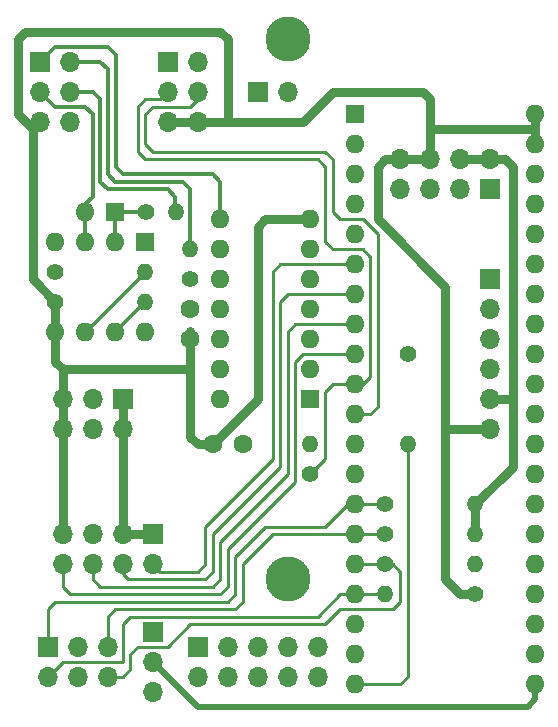
<source format=gbl>
G04 #@! TF.GenerationSoftware,KiCad,Pcbnew,6.0.4+dfsg-1+b1*
G04 #@! TF.CreationDate,2022-04-24T01:07:45+03:00*
G04 #@! TF.ProjectId,yatabaza-cpu,79617461-6261-47a6-912d-6370752e6b69,rev?*
G04 #@! TF.SameCoordinates,Original*
G04 #@! TF.FileFunction,Copper,L2,Bot*
G04 #@! TF.FilePolarity,Positive*
%FSLAX46Y46*%
G04 Gerber Fmt 4.6, Leading zero omitted, Abs format (unit mm)*
G04 Created by KiCad (PCBNEW 6.0.4+dfsg-1+b1) date 2022-04-24 01:07:45*
%MOMM*%
%LPD*%
G01*
G04 APERTURE LIST*
G04 #@! TA.AperFunction,ComponentPad*
%ADD10C,1.600000*%
G04 #@! TD*
G04 #@! TA.AperFunction,ComponentPad*
%ADD11C,3.800000*%
G04 #@! TD*
G04 #@! TA.AperFunction,ComponentPad*
%ADD12R,1.700000X1.700000*%
G04 #@! TD*
G04 #@! TA.AperFunction,ComponentPad*
%ADD13O,1.700000X1.700000*%
G04 #@! TD*
G04 #@! TA.AperFunction,ComponentPad*
%ADD14C,1.400000*%
G04 #@! TD*
G04 #@! TA.AperFunction,ComponentPad*
%ADD15O,1.400000X1.400000*%
G04 #@! TD*
G04 #@! TA.AperFunction,ComponentPad*
%ADD16R,1.600000X1.600000*%
G04 #@! TD*
G04 #@! TA.AperFunction,ComponentPad*
%ADD17O,1.600000X1.600000*%
G04 #@! TD*
G04 #@! TA.AperFunction,Conductor*
%ADD18C,0.750000*%
G04 #@! TD*
G04 #@! TA.AperFunction,Conductor*
%ADD19C,0.375000*%
G04 #@! TD*
G04 #@! TA.AperFunction,Conductor*
%ADD20C,0.250000*%
G04 #@! TD*
G04 #@! TA.AperFunction,Conductor*
%ADD21C,0.500000*%
G04 #@! TD*
G04 APERTURE END LIST*
D10*
X34925000Y-49530000D03*
X32425000Y-49530000D03*
X30480000Y-38120000D03*
X30480000Y-40620000D03*
D11*
X38735000Y-15240000D03*
X38735000Y-60960000D03*
D12*
X27305000Y-65405000D03*
D13*
X27305000Y-67945000D03*
X27305000Y-70485000D03*
D12*
X24765000Y-45720000D03*
D13*
X24765000Y-48260000D03*
X22225000Y-45720000D03*
X22225000Y-48260000D03*
X19685000Y-45720000D03*
X19685000Y-48260000D03*
D12*
X28575000Y-17145000D03*
D13*
X31115000Y-17145000D03*
X28575000Y-19685000D03*
X31115000Y-19685000D03*
X28575000Y-22225000D03*
X31115000Y-22225000D03*
D12*
X27305000Y-57150000D03*
D13*
X27305000Y-59690000D03*
X24765000Y-57150000D03*
X24765000Y-59690000D03*
X22225000Y-57150000D03*
X22225000Y-59690000D03*
X19685000Y-57150000D03*
X19685000Y-59690000D03*
D12*
X17780000Y-17145000D03*
D13*
X20320000Y-17145000D03*
X17780000Y-19685000D03*
X20320000Y-19685000D03*
X17780000Y-22225000D03*
X20320000Y-22225000D03*
D14*
X40640000Y-52020000D03*
D15*
X40640000Y-49480000D03*
D14*
X30480000Y-35510000D03*
D15*
X30480000Y-32970000D03*
D14*
X26720000Y-29845000D03*
D15*
X29260000Y-29845000D03*
D16*
X44450000Y-21590000D03*
D17*
X44450000Y-24130000D03*
X44450000Y-26670000D03*
X44450000Y-29210000D03*
X44450000Y-31750000D03*
X44450000Y-34290000D03*
X44450000Y-36830000D03*
X44450000Y-39370000D03*
X44450000Y-41910000D03*
X44450000Y-44450000D03*
X44450000Y-46990000D03*
X44450000Y-49530000D03*
X44450000Y-52070000D03*
X44450000Y-54610000D03*
X44450000Y-57150000D03*
X44450000Y-59690000D03*
X44450000Y-62230000D03*
X44450000Y-64770000D03*
X44450000Y-67310000D03*
X44450000Y-69850000D03*
X59690000Y-69850000D03*
X59690000Y-67310000D03*
X59690000Y-64770000D03*
X59690000Y-62230000D03*
X59690000Y-59690000D03*
X59690000Y-57150000D03*
X59690000Y-54610000D03*
X59690000Y-52070000D03*
X59690000Y-49530000D03*
X59690000Y-46990000D03*
X59690000Y-44450000D03*
X59690000Y-41910000D03*
X59690000Y-39370000D03*
X59690000Y-36830000D03*
X59690000Y-34290000D03*
X59690000Y-31750000D03*
X59690000Y-29210000D03*
X59690000Y-26670000D03*
X59690000Y-24130000D03*
X59690000Y-21590000D03*
D16*
X40640000Y-45720000D03*
D17*
X40640000Y-43180000D03*
X40640000Y-40640000D03*
X40640000Y-38100000D03*
X40640000Y-35560000D03*
X40640000Y-33020000D03*
X40640000Y-30480000D03*
X33020000Y-30480000D03*
X33020000Y-33020000D03*
X33020000Y-35560000D03*
X33020000Y-38100000D03*
X33020000Y-40640000D03*
X33020000Y-43180000D03*
X33020000Y-45720000D03*
D16*
X26670000Y-32385000D03*
D17*
X24130000Y-32385000D03*
X21590000Y-32385000D03*
X19050000Y-32385000D03*
X19050000Y-40005000D03*
X21590000Y-40005000D03*
X24130000Y-40005000D03*
X26670000Y-40005000D03*
D16*
X24130000Y-29845000D03*
D17*
X21590000Y-29845000D03*
D12*
X18430000Y-66670000D03*
D13*
X18430000Y-69210000D03*
X20970000Y-66670000D03*
X20970000Y-69210000D03*
X23510000Y-66670000D03*
X23510000Y-69210000D03*
D12*
X31115000Y-66675000D03*
D13*
X31115000Y-69215000D03*
X33655000Y-66675000D03*
X33655000Y-69215000D03*
X36195000Y-66675000D03*
X36195000Y-69215000D03*
X38735000Y-66675000D03*
X38735000Y-69215000D03*
X41275000Y-66675000D03*
X41275000Y-69215000D03*
D12*
X36195000Y-19685000D03*
D13*
X38735000Y-19685000D03*
D12*
X55880000Y-35560000D03*
D13*
X55880000Y-38100000D03*
X55880000Y-40640000D03*
X55880000Y-43180000D03*
X55880000Y-45720000D03*
X55880000Y-48260000D03*
D12*
X55880000Y-27940000D03*
D13*
X55880000Y-25400000D03*
X53340000Y-27940000D03*
X53340000Y-25400000D03*
X50800000Y-27940000D03*
X50800000Y-25400000D03*
X48260000Y-27940000D03*
X48260000Y-25400000D03*
D14*
X19050000Y-34925000D03*
D15*
X26670000Y-34925000D03*
D14*
X19050000Y-37465000D03*
D15*
X26670000Y-37465000D03*
D14*
X48895000Y-41910000D03*
D15*
X48895000Y-49530000D03*
D14*
X46990000Y-59690000D03*
D15*
X54610000Y-59690000D03*
D14*
X54610000Y-62230000D03*
D15*
X46990000Y-62230000D03*
D14*
X46990000Y-57150000D03*
D15*
X54610000Y-57150000D03*
D14*
X46990000Y-54610000D03*
D15*
X54610000Y-54610000D03*
D18*
X31115000Y-49530000D02*
X30480000Y-48895000D01*
X30480000Y-48895000D02*
X30480000Y-43180000D01*
X19685000Y-43180000D02*
X19050000Y-42545000D01*
X19050000Y-42545000D02*
X19050000Y-40005000D01*
X30480000Y-43180000D02*
X30480000Y-39965000D01*
X53340000Y-62230000D02*
X52070000Y-60960000D01*
X52070000Y-60960000D02*
X52070000Y-48260000D01*
X52070000Y-48260000D02*
X52070000Y-36195000D01*
X15875000Y-21590000D02*
X15875000Y-15240000D01*
X15875000Y-15240000D02*
X16510000Y-14605000D01*
X16510000Y-14605000D02*
X33020000Y-14605000D01*
X40005000Y-22225000D02*
X42545000Y-19685000D01*
X42545000Y-19685000D02*
X50165000Y-19685000D01*
X33020000Y-14605000D02*
X33655000Y-15240000D01*
X33655000Y-15240000D02*
X33655000Y-22225000D01*
X33655000Y-22225000D02*
X40005000Y-22225000D01*
X32425000Y-49490000D02*
X36195000Y-45720000D01*
X36195000Y-45720000D02*
X36195000Y-31115000D01*
X36195000Y-31115000D02*
X36830000Y-30480000D01*
X36830000Y-30480000D02*
X40640000Y-30480000D01*
X50800000Y-20320000D02*
X50165000Y-19685000D01*
X46355000Y-30480000D02*
X52070000Y-36195000D01*
X46355000Y-26035000D02*
X46990000Y-25400000D01*
X46990000Y-25400000D02*
X48260000Y-25400000D01*
X59690000Y-22860000D02*
X59690000Y-21590000D01*
X50800000Y-25400000D02*
X50800000Y-22860000D01*
X32425000Y-49530000D02*
X31115000Y-49530000D01*
X53975000Y-62230000D02*
X53340000Y-62230000D01*
X17145000Y-22860000D02*
X17780000Y-22225000D01*
X55880000Y-48260000D02*
X52070000Y-48260000D01*
X19685000Y-45720000D02*
X19685000Y-43180000D01*
X17145000Y-35560000D02*
X17145000Y-22860000D01*
X31115000Y-22225000D02*
X33655000Y-22225000D01*
X59690000Y-24130000D02*
X59690000Y-22860000D01*
X19050000Y-37465000D02*
X17145000Y-35560000D01*
X19685000Y-43180000D02*
X30480000Y-43180000D01*
X19685000Y-57150000D02*
X19685000Y-48260000D01*
X17145000Y-22860000D02*
X15875000Y-21590000D01*
X50800000Y-22860000D02*
X50800000Y-20320000D01*
X46355000Y-30480000D02*
X46355000Y-26035000D01*
X59690000Y-22860000D02*
X50800000Y-22860000D01*
X19050000Y-40005000D02*
X19050000Y-37465000D01*
X19685000Y-48260000D02*
X19685000Y-45720000D01*
X28575000Y-22225000D02*
X31115000Y-22225000D01*
X48260000Y-25400000D02*
X50800000Y-25400000D01*
X57785000Y-51435000D02*
X57785000Y-45720000D01*
X57785000Y-26035000D02*
X57150000Y-25400000D01*
X57150000Y-25400000D02*
X56515000Y-25400000D01*
X57785000Y-45720000D02*
X57785000Y-26035000D01*
X27305000Y-57150000D02*
X24765000Y-57150000D01*
X24765000Y-57150000D02*
X24765000Y-48260000D01*
X55880000Y-25400000D02*
X53340000Y-25400000D01*
X55880000Y-45720000D02*
X57785000Y-45720000D01*
X54610000Y-57150000D02*
X54610000Y-54610000D01*
X54610000Y-54610000D02*
X57785000Y-51435000D01*
X24765000Y-48260000D02*
X24765000Y-45720000D01*
D19*
X24130000Y-29845000D02*
X26670000Y-29845000D01*
X24130000Y-32385000D02*
X24130000Y-29845000D01*
X21590000Y-29210000D02*
X22225000Y-28575000D01*
X22225000Y-21590000D02*
X21590000Y-20955000D01*
X19050000Y-20955000D02*
X21590000Y-20955000D01*
X21590000Y-32385000D02*
X21590000Y-29845000D01*
X21590000Y-29845000D02*
X21590000Y-29210000D01*
X17780000Y-19685000D02*
X19050000Y-20955000D01*
X22225000Y-28575000D02*
X22225000Y-21590000D01*
D20*
X43180000Y-62230000D02*
X43815000Y-62230000D01*
X19685000Y-67945000D02*
X24765000Y-67945000D01*
X25400000Y-64135000D02*
X41275000Y-64135000D01*
X41275000Y-64135000D02*
X43180000Y-62230000D01*
X24765000Y-64770000D02*
X24765000Y-67945000D01*
X24765000Y-64770000D02*
X25400000Y-64135000D01*
X18415000Y-69215000D02*
X19685000Y-67945000D01*
X43815000Y-62230000D02*
X46355000Y-62230000D01*
X36830000Y-56515000D02*
X41910000Y-56515000D01*
X41910000Y-56515000D02*
X43815000Y-54610000D01*
X33655000Y-62865000D02*
X34290000Y-62230000D01*
X34290000Y-62230000D02*
X34290000Y-59055000D01*
X34290000Y-59055000D02*
X36830000Y-56515000D01*
X19050000Y-62865000D02*
X18415000Y-63500000D01*
X18415000Y-63500000D02*
X18415000Y-66675000D01*
X19050000Y-62865000D02*
X33655000Y-62865000D01*
X43815000Y-54610000D02*
X46355000Y-54610000D01*
X24765000Y-69215000D02*
X25400000Y-68580000D01*
X41910000Y-64770000D02*
X43180000Y-63500000D01*
X43180000Y-63500000D02*
X47625000Y-63500000D01*
X26035000Y-66675000D02*
X28575000Y-66675000D01*
X28575000Y-66675000D02*
X30480000Y-64770000D01*
X30480000Y-64770000D02*
X41910000Y-64770000D01*
X47625000Y-63500000D02*
X48260000Y-62865000D01*
X48260000Y-62865000D02*
X48260000Y-60325000D01*
X47625000Y-59690000D02*
X48260000Y-60325000D01*
X44450000Y-59690000D02*
X46990000Y-59690000D01*
X25400000Y-67310000D02*
X26035000Y-66675000D01*
X25400000Y-68580000D02*
X25400000Y-67310000D01*
X46990000Y-59690000D02*
X47625000Y-59690000D01*
X23495000Y-69215000D02*
X24765000Y-69215000D01*
X37465000Y-57150000D02*
X43815000Y-57150000D01*
X34290000Y-63500000D02*
X34925000Y-62865000D01*
X34925000Y-62865000D02*
X34925000Y-59690000D01*
X34925000Y-59690000D02*
X37465000Y-57150000D01*
X24130000Y-63500000D02*
X23495000Y-64135000D01*
X23495000Y-64135000D02*
X23495000Y-66675000D01*
X43815000Y-57150000D02*
X46355000Y-57150000D01*
X24130000Y-63500000D02*
X34290000Y-63500000D01*
X31750000Y-56515000D02*
X37465000Y-50800000D01*
X31750000Y-56515000D02*
X31750000Y-59690000D01*
X31750000Y-59690000D02*
X31115000Y-60325000D01*
X31115000Y-60325000D02*
X27940000Y-60325000D01*
X27940000Y-60325000D02*
X27305000Y-59690000D01*
X37465000Y-50800000D02*
X37465000Y-34925000D01*
X37465000Y-34925000D02*
X38100000Y-34290000D01*
X43180000Y-34290000D02*
X38100000Y-34290000D01*
X43815000Y-34290000D02*
X43180000Y-34290000D01*
X43180000Y-34290000D02*
X44450000Y-34290000D01*
X24765000Y-60509998D02*
X25215002Y-60960000D01*
X25215002Y-60960000D02*
X31750000Y-60960000D01*
X31750000Y-60960000D02*
X32385000Y-60325000D01*
X32385000Y-60325000D02*
X32385000Y-57150000D01*
X38100000Y-51435000D02*
X38100000Y-37465000D01*
X38100000Y-37465000D02*
X38735000Y-36830000D01*
X38735000Y-36830000D02*
X43180000Y-36830000D01*
X43180000Y-36830000D02*
X43815000Y-36830000D01*
X32385000Y-57150000D02*
X38100000Y-51435000D01*
X43180000Y-36830000D02*
X44450000Y-36830000D01*
X24765000Y-59690000D02*
X24765000Y-60509998D01*
X33020000Y-57785000D02*
X38735000Y-52070000D01*
X33020000Y-60960000D02*
X32385000Y-61595000D01*
X32385000Y-61595000D02*
X22860000Y-61595000D01*
X22860000Y-61595000D02*
X22225000Y-60960000D01*
X22225000Y-60960000D02*
X22225000Y-59690000D01*
X38735000Y-40005000D02*
X39370000Y-39370000D01*
X39370000Y-39370000D02*
X43180000Y-39370000D01*
X38735000Y-52070000D02*
X38735000Y-40005000D01*
X43180000Y-39370000D02*
X43815000Y-39370000D01*
X33020000Y-57785000D02*
X33020000Y-60960000D01*
X43180000Y-39370000D02*
X44450000Y-39370000D01*
X43815000Y-41910000D02*
X43180000Y-41910000D01*
X33655000Y-58420000D02*
X38735000Y-53340000D01*
X19685000Y-61595000D02*
X19685000Y-59690000D01*
X33655000Y-61595000D02*
X33020000Y-62230000D01*
X33020000Y-62230000D02*
X20320000Y-62230000D01*
X20320000Y-62230000D02*
X19685000Y-61595000D01*
X39370000Y-52705000D02*
X39370000Y-42545000D01*
X39370000Y-42545000D02*
X40005000Y-41910000D01*
X43180000Y-41910000D02*
X40005000Y-41910000D01*
X33655000Y-58420000D02*
X38100000Y-53975000D01*
X43180000Y-41910000D02*
X44450000Y-41910000D01*
X38100000Y-53975000D02*
X38735000Y-53340000D01*
X38735000Y-53340000D02*
X39370000Y-52705000D01*
X33655000Y-58420000D02*
X33655000Y-61595000D01*
X48260000Y-69850000D02*
X48895000Y-69215000D01*
X48895000Y-69215000D02*
X48895000Y-50165000D01*
X43815000Y-69850000D02*
X48260000Y-69850000D01*
X21590000Y-40005000D02*
X26670000Y-34925000D01*
X41910000Y-50800000D02*
X41910000Y-45085000D01*
X41910000Y-45085000D02*
X42545000Y-44450000D01*
X42545000Y-44450000D02*
X43815000Y-44450000D01*
X42545000Y-33020000D02*
X45085000Y-33020000D01*
X42545000Y-33020000D02*
X41910000Y-32385000D01*
X26035000Y-24765000D02*
X26035000Y-20955000D01*
X26035000Y-20955000D02*
X26670000Y-20320000D01*
X26670000Y-20320000D02*
X27940000Y-20320000D01*
X27940000Y-20320000D02*
X28575000Y-19685000D01*
X41275000Y-25400000D02*
X26670000Y-25400000D01*
X26670000Y-25400000D02*
X26035000Y-24765000D01*
X45085000Y-44450000D02*
X45720000Y-43815000D01*
X45720000Y-43815000D02*
X45720000Y-33655000D01*
X45720000Y-33655000D02*
X45085000Y-33020000D01*
X40640000Y-52070000D02*
X41910000Y-50800000D01*
X41910000Y-32385000D02*
X41910000Y-26035000D01*
X41910000Y-26035000D02*
X41275000Y-25400000D01*
X43180000Y-30480000D02*
X45085000Y-30480000D01*
X43180000Y-30480000D02*
X42545000Y-29845000D01*
X42545000Y-29845000D02*
X42545000Y-25400000D01*
X26670000Y-24130000D02*
X26670000Y-21590000D01*
X26670000Y-21590000D02*
X27305000Y-20955000D01*
X27305000Y-20955000D02*
X30480000Y-20955000D01*
X30480000Y-20955000D02*
X31115000Y-20320000D01*
X45085000Y-30480000D02*
X46355000Y-31750000D01*
X41910000Y-24765000D02*
X27305000Y-24765000D01*
X27305000Y-24765000D02*
X26670000Y-24130000D01*
X45720000Y-46990000D02*
X46355000Y-46355000D01*
X46355000Y-46355000D02*
X46355000Y-31750000D01*
X44450000Y-46990000D02*
X45720000Y-46990000D01*
X42545000Y-25400000D02*
X41910000Y-24765000D01*
D19*
X19050000Y-15875000D02*
X23495000Y-15875000D01*
X24824998Y-26670000D02*
X32385000Y-26670000D01*
X32385000Y-26670000D02*
X33020000Y-27305000D01*
X33020000Y-27305000D02*
X33020000Y-30480000D01*
X24824998Y-26670000D02*
X24189998Y-26035000D01*
X24189998Y-26035000D02*
X24189998Y-16569998D01*
X24189998Y-16569998D02*
X23495000Y-15875000D01*
X17780000Y-17145000D02*
X19050000Y-15875000D01*
X29845000Y-27305000D02*
X30480000Y-27940000D01*
X30480000Y-27940000D02*
X30480000Y-33020000D01*
X24130000Y-27305000D02*
X23495000Y-26670000D01*
X23495000Y-26670000D02*
X23495000Y-17780000D01*
X23495000Y-17780000D02*
X22860000Y-17145000D01*
X24130000Y-27305000D02*
X29845000Y-27305000D01*
X20320000Y-17145000D02*
X22860000Y-17145000D01*
X23495000Y-27940000D02*
X28575000Y-27940000D01*
X29210000Y-28575000D02*
X28575000Y-27940000D01*
X23495000Y-27940000D02*
X22860000Y-27305000D01*
X22860000Y-27305000D02*
X22860000Y-20320000D01*
X22860000Y-20320000D02*
X22225000Y-19685000D01*
X29210000Y-29845000D02*
X29210000Y-28575000D01*
X20320000Y-19685000D02*
X22225000Y-19685000D01*
X24130000Y-40005000D02*
X26670000Y-37465000D01*
D21*
X31115000Y-71755000D02*
X59055000Y-71755000D01*
X59055000Y-71755000D02*
X59690000Y-71120000D01*
X59690000Y-71120000D02*
X59690000Y-69850000D01*
X27305000Y-67945000D02*
X31115000Y-71755000D01*
M02*

</source>
